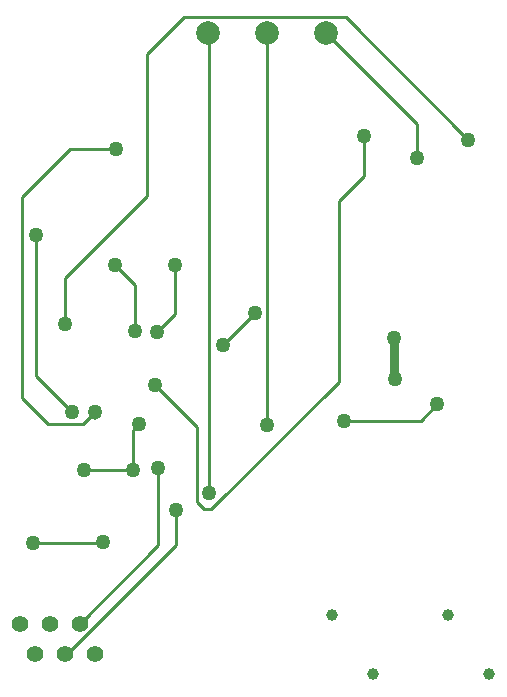
<source format=gbl>
%FSTAX23Y23*%
%MOIN*%
%SFA1B1*%

%IPPOS*%
%ADD22C,0.010000*%
%ADD24C,0.031496*%
%ADD26C,0.055118*%
%ADD29C,0.078740*%
%ADD30C,0.050000*%
%ADD31C,0.039370*%
%LNboard_tp3-1*%
%LPD*%
G54D22*
X00228Y00724D02*
X00456D01*
X0046Y00728*
X00236Y01283D02*
X00358Y01161D01*
X007Y01488D02*
Y01653D01*
X00641Y01429D02*
X007Y01488D01*
X005Y01653D02*
X00566Y01586D01*
Y01433D02*
Y01586D01*
X00351Y02039D02*
X00503D01*
X0019Y01208D02*
Y01877D01*
X00351Y02039*
X00236Y01283D02*
Y01751D01*
X0019Y01208D02*
X00277Y01122D01*
X00606Y02354D02*
X00729Y02477D01*
X0127*
X01677Y0207*
X00334Y01456D02*
Y0161D01*
X00606Y01881*
Y02354*
X01429Y01275D02*
X01433Y01271D01*
X01007Y01118D02*
Y02425D01*
X00773Y00862D02*
X00796Y00838D01*
X00821*
X00814Y00893D02*
Y02421D01*
X00811Y02425D02*
X00814Y02421D01*
X00773Y00862D02*
Y01112D01*
X00821Y00838D02*
X01246Y01263D01*
Y01864*
X00633Y01251D02*
X00773Y01112D01*
X00704Y00719D02*
Y00834D01*
X00393Y01122D02*
X00433Y01161D01*
X00277Y01122D02*
X00393D01*
X00429Y01141D02*
X00433Y01145D01*
X00354Y01161D02*
X00358D01*
X00862Y01385D02*
X00968Y01492D01*
X01204Y02425D02*
X01507Y02122D01*
Y02007D02*
Y02122D01*
X00503Y02039D02*
Y02043D01*
X0133Y01948D02*
Y02082D01*
X01246Y01864D02*
X0133Y01948D01*
X01263Y01133D02*
X01519D01*
X01574Y01188*
X00335Y00356D02*
X00342D01*
X00704Y00719*
X00385Y00456D02*
X00645Y00717D01*
Y00976*
X00562Y00968D02*
Y01102D01*
X00582Y01122*
X00397Y00968D02*
X00562D01*
G54D24*
X01429Y01275D02*
Y01409D01*
G54D26*
X00185Y00456D03*
X00235Y00356D03*
X00435D03*
X00285Y00456D03*
X00335Y00356D03*
X00385Y00456D03*
G54D29*
X01007Y02425D03*
X01204D03*
X00811D03*
G54D30*
X00228Y00724D03*
X00641Y01429D03*
X00236Y01751D03*
X01433Y01271D03*
X01007Y01118D03*
X00814Y00893D03*
X00704Y00834D03*
X00433Y01161D03*
X00358D03*
X00968Y01492D03*
X00862Y01385D03*
X01507Y02007D03*
X00503Y02039D03*
X00633Y01251D03*
X00334Y01456D03*
X0133Y02082D03*
X01677Y0207D03*
X00566Y01433D03*
X005Y01653D03*
X007D03*
X01429Y01409D03*
X01263Y01133D03*
X01574Y01188D03*
X0046Y00728D03*
X00645Y00976D03*
X00562Y00968D03*
X00582Y01122D03*
X00397Y00968D03*
G54D31*
X01748Y00287D03*
X0161Y00484D03*
X01362Y00287D03*
X01224Y00484D03*
M02*
</source>
